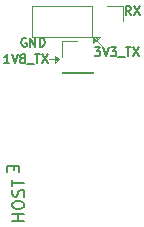
<source format=gbr>
G04 #@! TF.GenerationSoftware,KiCad,Pcbnew,6.0.7-1.fc36*
G04 #@! TF.CreationDate,2022-08-19T16:17:08-04:00*
G04 #@! TF.ProjectId,librem5-m2-breakout,6c696272-656d-4352-9d6d-322d62726561,v0.5.0*
G04 #@! TF.SameCoordinates,Original*
G04 #@! TF.FileFunction,Legend,Top*
G04 #@! TF.FilePolarity,Positive*
%FSLAX46Y46*%
G04 Gerber Fmt 4.6, Leading zero omitted, Abs format (unit mm)*
G04 Created by KiCad (PCBNEW 6.0.7-1.fc36) date 2022-08-19 16:17:08*
%MOMM*%
%LPD*%
G01*
G04 APERTURE LIST*
%ADD10C,0.120000*%
%ADD11C,0.150000*%
G04 APERTURE END LIST*
D10*
X128800000Y-87600000D02*
X128800000Y-88150000D01*
X128800000Y-88150000D02*
X129350000Y-87600000D01*
X129350000Y-87600000D02*
X128800000Y-87600000D01*
X125600000Y-89800000D02*
X125900000Y-89500000D01*
X129000000Y-87650000D02*
X129150000Y-87800000D01*
X128900000Y-88000000D02*
X129000000Y-87650000D01*
X125900000Y-89500000D02*
X125650000Y-89400000D01*
X129550000Y-88350000D02*
X128800000Y-87600000D01*
X125900000Y-89500000D02*
X125600000Y-89200000D01*
X128850000Y-87650000D02*
X128900000Y-88000000D01*
X125100000Y-89500000D02*
X125900000Y-89500000D01*
X125900000Y-89500000D02*
X125650000Y-89600000D01*
X125600000Y-89200000D02*
X125600000Y-89800000D01*
X129150000Y-87800000D02*
X129150000Y-87650000D01*
D11*
X128942857Y-88489285D02*
X129407142Y-88489285D01*
X129157142Y-88775000D01*
X129264285Y-88775000D01*
X129335714Y-88810714D01*
X129371428Y-88846428D01*
X129407142Y-88917857D01*
X129407142Y-89096428D01*
X129371428Y-89167857D01*
X129335714Y-89203571D01*
X129264285Y-89239285D01*
X129050000Y-89239285D01*
X128978571Y-89203571D01*
X128942857Y-89167857D01*
X129621428Y-88489285D02*
X129871428Y-89239285D01*
X130121428Y-88489285D01*
X130300000Y-88489285D02*
X130764285Y-88489285D01*
X130514285Y-88775000D01*
X130621428Y-88775000D01*
X130692857Y-88810714D01*
X130728571Y-88846428D01*
X130764285Y-88917857D01*
X130764285Y-89096428D01*
X130728571Y-89167857D01*
X130692857Y-89203571D01*
X130621428Y-89239285D01*
X130407142Y-89239285D01*
X130335714Y-89203571D01*
X130300000Y-89167857D01*
X130907142Y-89310714D02*
X131478571Y-89310714D01*
X131550000Y-88489285D02*
X131978571Y-88489285D01*
X131764285Y-89239285D02*
X131764285Y-88489285D01*
X132157142Y-88489285D02*
X132657142Y-89239285D01*
X132657142Y-88489285D02*
X132157142Y-89239285D01*
X122952380Y-103166666D02*
X121952380Y-103166666D01*
X122428571Y-103166666D02*
X122428571Y-102595238D01*
X122952380Y-102595238D02*
X121952380Y-102595238D01*
X121952380Y-101928571D02*
X121952380Y-101738095D01*
X122000000Y-101642857D01*
X122095238Y-101547619D01*
X122285714Y-101500000D01*
X122619047Y-101500000D01*
X122809523Y-101547619D01*
X122904761Y-101642857D01*
X122952380Y-101738095D01*
X122952380Y-101928571D01*
X122904761Y-102023809D01*
X122809523Y-102119047D01*
X122619047Y-102166666D01*
X122285714Y-102166666D01*
X122095238Y-102119047D01*
X122000000Y-102023809D01*
X121952380Y-101928571D01*
X122904761Y-101119047D02*
X122952380Y-100976190D01*
X122952380Y-100738095D01*
X122904761Y-100642857D01*
X122857142Y-100595238D01*
X122761904Y-100547619D01*
X122666666Y-100547619D01*
X122571428Y-100595238D01*
X122523809Y-100642857D01*
X122476190Y-100738095D01*
X122428571Y-100928571D01*
X122380952Y-101023809D01*
X122333333Y-101071428D01*
X122238095Y-101119047D01*
X122142857Y-101119047D01*
X122047619Y-101071428D01*
X122000000Y-101023809D01*
X121952380Y-100928571D01*
X121952380Y-100690476D01*
X122000000Y-100547619D01*
X121952380Y-100261904D02*
X121952380Y-99690476D01*
X122952380Y-99976190D02*
X121952380Y-99976190D01*
X123128571Y-87725000D02*
X123057142Y-87689285D01*
X122950000Y-87689285D01*
X122842857Y-87725000D01*
X122771428Y-87796428D01*
X122735714Y-87867857D01*
X122700000Y-88010714D01*
X122700000Y-88117857D01*
X122735714Y-88260714D01*
X122771428Y-88332142D01*
X122842857Y-88403571D01*
X122950000Y-88439285D01*
X123021428Y-88439285D01*
X123128571Y-88403571D01*
X123164285Y-88367857D01*
X123164285Y-88117857D01*
X123021428Y-88117857D01*
X123485714Y-88439285D02*
X123485714Y-87689285D01*
X123914285Y-88439285D01*
X123914285Y-87689285D01*
X124271428Y-88439285D02*
X124271428Y-87689285D01*
X124450000Y-87689285D01*
X124557142Y-87725000D01*
X124628571Y-87796428D01*
X124664285Y-87867857D01*
X124700000Y-88010714D01*
X124700000Y-88117857D01*
X124664285Y-88260714D01*
X124628571Y-88332142D01*
X124557142Y-88403571D01*
X124450000Y-88439285D01*
X124271428Y-88439285D01*
X131975000Y-85739285D02*
X131725000Y-85382142D01*
X131546428Y-85739285D02*
X131546428Y-84989285D01*
X131832142Y-84989285D01*
X131903571Y-85025000D01*
X131939285Y-85060714D01*
X131975000Y-85132142D01*
X131975000Y-85239285D01*
X131939285Y-85310714D01*
X131903571Y-85346428D01*
X131832142Y-85382142D01*
X131546428Y-85382142D01*
X132225000Y-84989285D02*
X132725000Y-85739285D01*
X132725000Y-84989285D02*
X132225000Y-85739285D01*
X122071428Y-98535714D02*
X122071428Y-98869047D01*
X121547619Y-99011904D02*
X121547619Y-98535714D01*
X122547619Y-98535714D01*
X122547619Y-99011904D01*
X121707142Y-89839285D02*
X121278571Y-89839285D01*
X121492857Y-89839285D02*
X121492857Y-89089285D01*
X121421428Y-89196428D01*
X121350000Y-89267857D01*
X121278571Y-89303571D01*
X121921428Y-89089285D02*
X122171428Y-89839285D01*
X122421428Y-89089285D01*
X122778571Y-89410714D02*
X122707142Y-89375000D01*
X122671428Y-89339285D01*
X122635714Y-89267857D01*
X122635714Y-89232142D01*
X122671428Y-89160714D01*
X122707142Y-89125000D01*
X122778571Y-89089285D01*
X122921428Y-89089285D01*
X122992857Y-89125000D01*
X123028571Y-89160714D01*
X123064285Y-89232142D01*
X123064285Y-89267857D01*
X123028571Y-89339285D01*
X122992857Y-89375000D01*
X122921428Y-89410714D01*
X122778571Y-89410714D01*
X122707142Y-89446428D01*
X122671428Y-89482142D01*
X122635714Y-89553571D01*
X122635714Y-89696428D01*
X122671428Y-89767857D01*
X122707142Y-89803571D01*
X122778571Y-89839285D01*
X122921428Y-89839285D01*
X122992857Y-89803571D01*
X123028571Y-89767857D01*
X123064285Y-89696428D01*
X123064285Y-89553571D01*
X123028571Y-89482142D01*
X122992857Y-89446428D01*
X122921428Y-89410714D01*
X123207142Y-89910714D02*
X123778571Y-89910714D01*
X123850000Y-89089285D02*
X124278571Y-89089285D01*
X124064285Y-89839285D02*
X124064285Y-89089285D01*
X124457142Y-89089285D02*
X124957142Y-89839285D01*
X124957142Y-89089285D02*
X124457142Y-89839285D01*
D10*
X128790000Y-90570000D02*
X128790000Y-90630000D01*
X126130000Y-89300000D02*
X126130000Y-87970000D01*
X126130000Y-90630000D02*
X128790000Y-90630000D01*
X126130000Y-90570000D02*
X126130000Y-90630000D01*
X126130000Y-90570000D02*
X128790000Y-90570000D01*
X126130000Y-87970000D02*
X127460000Y-87970000D01*
X128730000Y-84970000D02*
X128730000Y-87630000D01*
X131330000Y-84970000D02*
X131330000Y-86300000D01*
X123590000Y-84970000D02*
X123590000Y-87630000D01*
X128730000Y-87630000D02*
X123590000Y-87630000D01*
X130000000Y-84970000D02*
X131330000Y-84970000D01*
X128730000Y-84970000D02*
X123590000Y-84970000D01*
M02*

</source>
